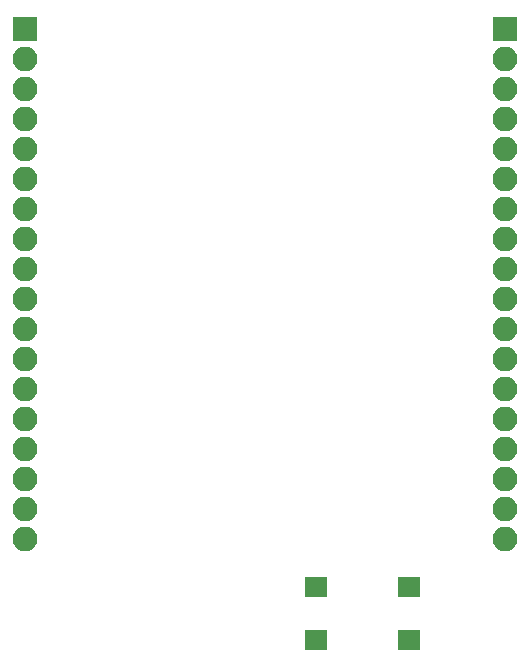
<source format=gbs>
G04 #@! TF.FileFunction,Soldermask,Bot*
%FSLAX46Y46*%
G04 Gerber Fmt 4.6, Leading zero omitted, Abs format (unit mm)*
G04 Created by KiCad (PCBNEW 4.0.5-e0-6337~52~ubuntu16.10.1) date Tue Feb  7 00:40:12 2017*
%MOMM*%
%LPD*%
G01*
G04 APERTURE LIST*
%ADD10C,0.100000*%
%ADD11R,2.100000X2.100000*%
%ADD12O,2.100000X2.100000*%
%ADD13R,1.950000X1.700000*%
G04 APERTURE END LIST*
D10*
D11*
X190500000Y-68580000D03*
D12*
X190500000Y-71120000D03*
X190500000Y-73660000D03*
X190500000Y-76200000D03*
X190500000Y-78740000D03*
X190500000Y-81280000D03*
X190500000Y-83820000D03*
X190500000Y-86360000D03*
X190500000Y-88900000D03*
X190500000Y-91440000D03*
X190500000Y-93980000D03*
X190500000Y-96520000D03*
X190500000Y-99060000D03*
X190500000Y-101600000D03*
X190500000Y-104140000D03*
X190500000Y-106680000D03*
X190500000Y-109220000D03*
X190500000Y-111760000D03*
D11*
X149860000Y-68580000D03*
D12*
X149860000Y-71120000D03*
X149860000Y-73660000D03*
X149860000Y-76200000D03*
X149860000Y-78740000D03*
X149860000Y-81280000D03*
X149860000Y-83820000D03*
X149860000Y-86360000D03*
X149860000Y-88900000D03*
X149860000Y-91440000D03*
X149860000Y-93980000D03*
X149860000Y-96520000D03*
X149860000Y-99060000D03*
X149860000Y-101600000D03*
X149860000Y-104140000D03*
X149860000Y-106680000D03*
X149860000Y-109220000D03*
X149860000Y-111760000D03*
D13*
X182410000Y-115860000D03*
X174460000Y-115860000D03*
X182410000Y-120360000D03*
X174460000Y-120360000D03*
M02*

</source>
